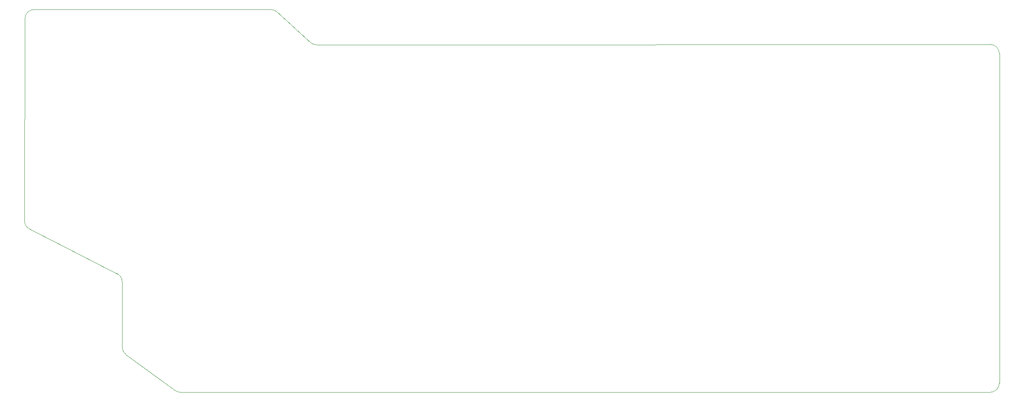
<source format=gbr>
%TF.GenerationSoftware,KiCad,Pcbnew,8.0.6*%
%TF.CreationDate,2025-04-17T08:46:25+02:00*%
%TF.ProjectId,KYBR_ORTHO,4b594252-5f4f-4525-9448-4f2e6b696361,rev?*%
%TF.SameCoordinates,Original*%
%TF.FileFunction,Profile,NP*%
%FSLAX46Y46*%
G04 Gerber Fmt 4.6, Leading zero omitted, Abs format (unit mm)*
G04 Created by KiCad (PCBNEW 8.0.6) date 2025-04-17 08:46:25*
%MOMM*%
%LPD*%
G01*
G04 APERTURE LIST*
%TA.AperFunction,Profile*%
%ADD10C,0.050000*%
%TD*%
G04 APERTURE END LIST*
D10*
X106022661Y-47600000D02*
G75*
G02*
X107373287Y-48124973I39J-1999800D01*
G01*
X54194647Y-94857749D02*
G75*
G02*
X53102620Y-93071452I907853J1781949D01*
G01*
X260600000Y-130000000D02*
X86653126Y-130000000D01*
X115878119Y-55199472D02*
G75*
G02*
X114526106Y-54674534I-1319J2000172D01*
G01*
X74919627Y-121899223D02*
G75*
G02*
X74100009Y-120284689I1180373J1614523D01*
G01*
X115878119Y-55199472D02*
X260598644Y-55101357D01*
X262600000Y-57101356D02*
X262600000Y-128000000D01*
X53195727Y-49595717D02*
G75*
G02*
X55195722Y-47600022I1999973J-4283D01*
G01*
X73007979Y-104443589D02*
G75*
G02*
X74099997Y-106225603I-907979J-1782011D01*
G01*
X262600000Y-128000000D02*
G75*
G02*
X260600000Y-130000000I-2000000J0D01*
G01*
X75400000Y-47600000D02*
X106022661Y-47600000D01*
X73007979Y-104443589D02*
X54194647Y-94857749D01*
X260598644Y-55101357D02*
G75*
G02*
X262599943Y-57101356I1356J-1999943D01*
G01*
X55195722Y-47600000D02*
X75400000Y-47600000D01*
X53102631Y-93071452D02*
X53195727Y-49595717D01*
X74100000Y-106225603D02*
X74100000Y-120284689D01*
X86653126Y-130000000D02*
G75*
G02*
X85472767Y-129614515I-26J1999800D01*
G01*
X107373305Y-48124954D02*
X114526119Y-54674519D01*
X74919627Y-121899223D02*
X85472753Y-129614534D01*
M02*

</source>
